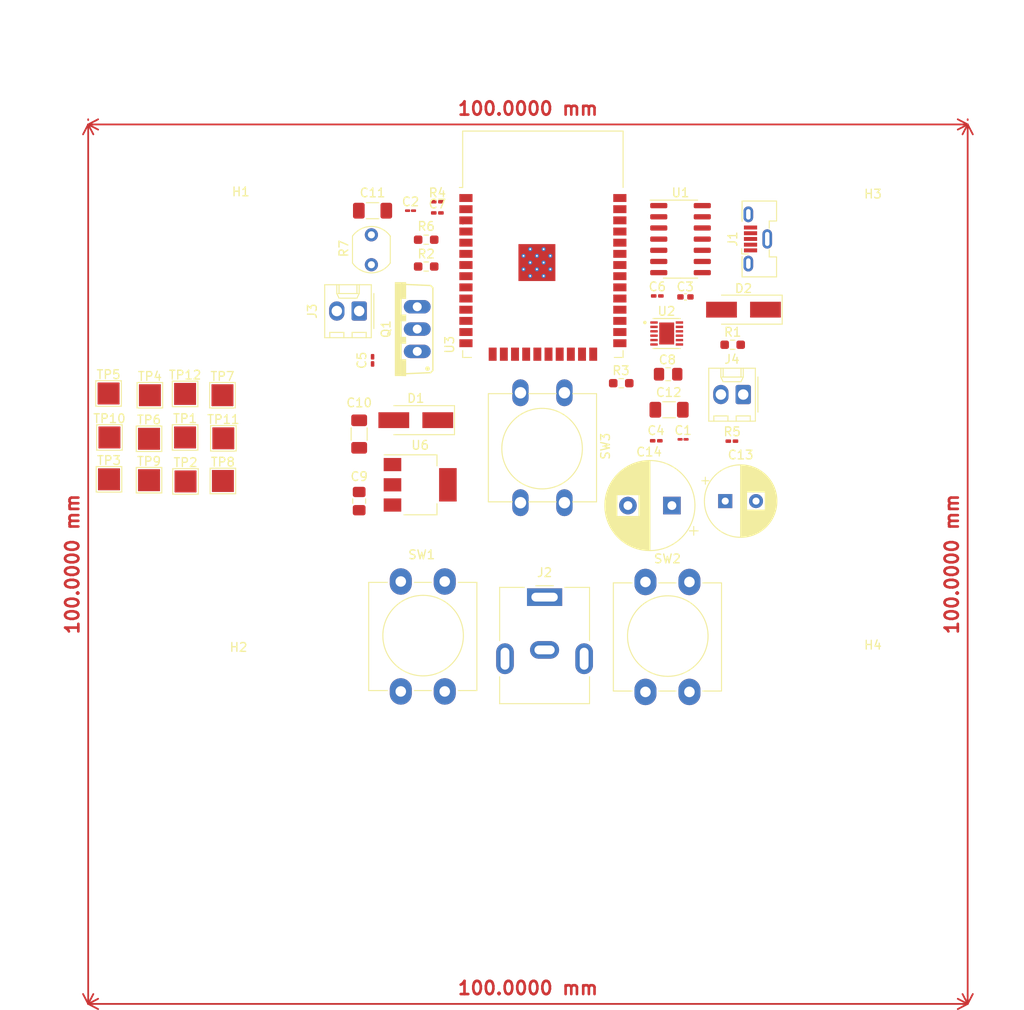
<source format=kicad_pcb>
(kicad_pcb (version 20211014) (generator pcbnew)
  (layers (0 "F.Cu" signal) (31 "B.Cu" signal) (34 "B.Paste" user) (35 "F.Paste" user) (36 "B.SilkS" user "B.Silkscreen") (37 "F.SilkS" user "F.Silkscreen") (38 "B.Mask" user) (39 "F.Mask" user) (44 "Edge.Cuts" user))
  (net 0 "")
  (net 1 "Net-(C3-Pad1)")
  (net 2 "GND")
  (net 3 "+9V")
  (net 4 "/FWD")
  (net 5 "/REV")
  (net 6 "Net-(J1-Pad2)")
  (net 7 "/V_PHOTO")
  (net 8 "Net-(C7-Pad1)")
  (net 9 "+3V3")
  (net 10 "Net-(D1-Pad2)")
  (net 11 "Net-(J1-Pad3)")
  (net 14 "Net-(J3-Pad1)")
  (net 15 "Net-(J4-Pad1)")
  (net 16 "Net-(J4-Pad2)")
  (net 17 "/LED")
  (net 18 "/SNS")
  (net 32 "/TXD0")
  (net 33 "/RXD0")
  (net 59 "Net-(C6-Pad1)")
  (net 65 "Net-(SW3-Pad1)")
  (net 66 "Net-(SW2-Pad1)")
  (net 67 "Net-(R6-Pad1)")
  (net 68 "Net-(R5-Pad1)")
  (footprint "Capacitor_SMD:C_0201_0603Metric_Pad0.64x0.40mm_HandSolder" (layer "F.Cu") (at 125.984 77.724 -90)
    (fp_text reference "C5" (at 0 1.222 90) (layer "F.SilkS"))
    (fp_text value "1u")
    (pad "1" smd roundrect (at -0.4075 0 270) (size 0.635 0.4) (layers "F.Cu" "F.Mask") (net 3 "+9V"))
    (pad "2" smd roundrect (at 0.4075 0 270) (size 0.635 0.4) (layers "F.Cu" "F.Mask") (net 2 "GND"))
  )
  (footprint "Button_Switch_THT:SW_PUSH-12mm" (layer "F.Cu") (at 147.8 81.41 -90)
    (fp_text reference "SW3" (at 6.08 -4.66 90) (layer "F.SilkS"))
    (fp_text value "OPEN/CLOSE")
    (pad "1" thru_hole oval (at 12.5 0 270) (size 3.048 1.85) (drill 1.3) (layers *.Cu *.Mask) (net 65 "Net-(SW3-Pad1)"))
    (pad "1" thru_hole oval (at 0 0 270) (size 3.048 1.85) (drill 1.3) (layers *.Cu *.Mask) (net 65 "Net-(SW3-Pad1)"))
    (pad "2" thru_hole oval (at 0 5 270) (size 3.048 1.85) (drill 1.3) (layers *.Cu *.Mask) (net 9 "+3V3"))
    (pad "2" thru_hole oval (at 12.5 5 270) (size 3.048 1.85) (drill 1.3) (layers *.Cu *.Mask) (net 9 "+3V3"))
  )
  (footprint "Resistor_SMD:R_0603_1608Metric_Pad0.98x0.95mm_HandSolder" (layer "F.Cu") (at 132.08 64.008)
    (fp_text reference "R6" (at 0 -1.524) (layer "F.SilkS"))
    (fp_text value "20k")
    (pad "1" smd roundrect (at -0.9125 0) (size 0.975 0.95) (layers "F.Cu" "F.Paste" "F.Mask") (net 67 "Net-(R6-Pad1)"))
    (pad "2" smd roundrect (at 0.9125 0) (size 0.975 0.95) (layers "F.Cu" "F.Paste" "F.Mask") (net 2 "GND"))
  )
  (footprint "TestPoint:TestPoint_Pad_2.5x2.5mm" (layer "F.Cu") (at 95.966 81.49)
    (fp_text reference "TP5" (at 0 -2.148) (layer "F.SilkS"))
    (fp_text value "TestPoint")
    (pad "1" smd rect (at 0 0) (size 2.5 2.5) (layers "F.Cu" "F.Mask"))
  )
  (footprint "Connector_Molex:Molex_KK-254_AE-6410-02A_1x02_P2.54mm_Vertical" (layer "F.Cu") (at 168.13 81.61 180)
    (fp_text reference "J4" (at 1.28 4.01) (layer "F.SilkS"))
    (fp_text value "MOTOR")
    (pad "1" thru_hole roundrect (at 0 0 180) (size 1.74 2.19) (drill 1.19) (layers *.Cu *.Mask) (roundrect_rratio 0.143678) (net 15 "Net-(J4-Pad1)"))
    (pad "2" thru_hole oval (at 2.54 0 180) (size 1.74 2.19) (drill 1.19) (layers *.Cu *.Mask) (net 16 "Net-(J4-Pad2)"))
  )
  (footprint "Capacitor_SMD:C_0805_2012Metric_Pad1.18x1.45mm_HandSolder" (layer "F.Cu") (at 124.46 93.726 90)
    (fp_text reference "C9" (at 2.794 0 180) (layer "F.SilkS"))
    (fp_text value "10u")
    (pad "1" smd roundrect (at -1.0375 0 90) (size 1.175 1.45) (layers "F.Cu" "F.Paste" "F.Mask") (roundrect_rratio 0.212766) (net 3 "+9V"))
    (pad "2" smd roundrect (at 1.0375 0 90) (size 1.175 1.45) (layers "F.Cu" "F.Paste" "F.Mask") (roundrect_rratio 0.212766) (net 2 "GND"))
  )
  (footprint "Capacitor_SMD:C_0402_1005Metric_Pad0.74x0.62mm_HandSolder" (layer "F.Cu") (at 161.56 70.51 180)
    (fp_text reference "C3" (at 0.03 1.15) (layer "F.SilkS"))
    (fp_text value ".47u")
    (pad "1" smd roundrect (at -0.5675 0 180) (size 0.735 0.62) (layers "F.Cu" "F.Paste" "F.Mask") (net 1 "Net-(C3-Pad1)"))
    (pad "2" smd roundrect (at 0.5675 0 180) (size 0.735 0.62) (layers "F.Cu" "F.Paste" "F.Mask") (net 2 "GND"))
  )
  (footprint "Capacitor_SMD:C_0805_2012Metric_Pad1.18x1.45mm_HandSolder" (layer "F.Cu") (at 159.59 79.3 180)
    (fp_text reference "C8" (at 0.08 1.64) (layer "F.SilkS"))
    (fp_text value "10u")
    (pad "1" smd roundrect (at -1.0375 0 180) (size 1.175 1.45) (layers "F.Cu" "F.Paste" "F.Mask") (roundrect_rratio 0.212766) (net 3 "+9V"))
    (pad "2" smd roundrect (at 1.0375 0 180) (size 1.175 1.45) (layers "F.Cu" "F.Paste" "F.Mask") (roundrect_rratio 0.212766) (net 2 "GND"))
  )
  (footprint "Button_Switch_THT:SW_PUSH-12mm_Wuerth-430476085716" (layer "F.Cu") (at 129.192 115.37 90)
    (fp_text reference "SW1" (at 15.548 2.38 180) (layer "F.SilkS"))
    (fp_text value "RST")
    (pad "1" thru_hole oval (at 0 0 90) (size 3 2.5) (drill 1.2) (layers *.Cu *.Mask) (net 2 "GND"))
    (pad "1" thru_hole oval (at 12.5 0 90) (size 3 2.5) (drill 1.2) (layers *.Cu *.Mask) (net 2 "GND"))
    (pad "2" thru_hole oval (at 0 5 90) (size 3 2.5) (drill 1.2) (layers *.Cu *.Mask) (net 8 "Net-(C7-Pad1)"))
    (pad "2" thru_hole oval (at 12.5 5 90) (size 3 2.5) (drill 1.2) (layers *.Cu *.Mask) (net 8 "Net-(C7-Pad1)"))
  )
  (footprint "Capacitor_THT:CP_Radial_D10.0mm_P5.00mm" (layer "F.Cu") (at 160.02 94.234 180)
    (fp_text reference "C14" (at 2.597677 6.096) (layer "F.SilkS"))
    (fp_text value "470u")
    (pad "1" thru_hole rect (at 0 0 180) (size 2 2) (drill 1) (layers *.Cu *.Mask) (net 3 "+9V"))
    (pad "2" thru_hole circle (at 5 0 180) (size 2 2) (drill 1) (layers *.Cu *.Mask) (net 2 "GND"))
  )
  (footprint "TestPoint:TestPoint_Pad_2.5x2.5mm" (layer "F.Cu") (at 96.016 91.25)
    (fp_text reference "TP3" (at 0 -2.148) (layer "F.SilkS"))
    (fp_text value "TestPoint")
    (pad "1" smd rect (at 0 0) (size 2.5 2.5) (layers "F.Cu" "F.Mask"))
  )
  (footprint "Package_SO:SOIC-14_3.9x8.7mm_P1.27mm" (layer "F.Cu") (at 161 63.94)
    (fp_text reference "U1" (at 0 -5.28) (layer "F.SilkS"))
    (fp_text value "MCP2221AxSL")
    (pad "1" smd roundrect (at -2.475 -3.81) (size 1.95 0.6) (layers "F.Cu" "F.Paste" "F.Mask") (net 59 "Net-(C6-Pad1)"))
    (pad "2" smd roundrect (at -2.475 -2.54) (size 1.95 0.6) (layers "F.Cu" "F.Paste" "F.Mask"))
    (pad "3" smd roundrect (at -2.475 -1.27) (size 1.95 0.6) (layers "F.Cu" "F.Paste" "F.Mask"))
    (pad "4" smd roundrect (at -2.475 0) (size 1.95 0.6) (layers "F.Cu" "F.Paste" "F.Mask"))
    (pad "5" smd roundrect (at -2.475 1.27) (size 1.95 0.6) (layers "F.Cu" "F.Paste" "F.Mask") (net 32 "/TXD0"))
    (pad "6" smd roundrect (at -2.475 2.54) (size 1.95 0.6) (layers "F.Cu" "F.Paste" "F.Mask") (net 33 "/RXD0"))
    (pad "7" smd roundrect (at -2.475 3.81) (size 1.95 0.6) (layers "F.Cu" "F.Paste" "F.Mask"))
    (pad "8" smd roundrect (at 2.475 3.81) (size 1.95 0.6) (layers "F.Cu" "F.Paste" "F.Mask"))
    (pad "9" smd roundrect (at 2.475 2.54) (size 1.95 0.6) (layers "F.Cu" "F.Paste" "F.Mask"))
    (pad "10" smd roundrect (at 2.475 1.27) (size 1.95 0.6) (layers "F.Cu" "F.Paste" "F.Mask"))
    (pad "11" smd roundrect (at 2.475 0) (size 1.95 0.6) (layers "F.Cu" "F.Paste" "F.Mask") (net 1 "Net-(C3-Pad1)"))
    (pad "12" smd roundrect (at 2.475 -1.27) (size 1.95 0.6) (layers "F.Cu" "F.Paste" "F.Mask") (net 6 "Net-(J1-Pad2)"))
    (pad "13" smd roundrect (at 2.475 -2.54) (size 1.95 0.6) (layers "F.Cu" "F.Paste" "F.Mask") (net 11 "Net-(J1-Pad3)"))
    (pad "14" smd roundrect (at 2.475 -3.81) (size 1.95 0.6) (layers "F.Cu" "F.Paste" "F.Mask") (net 2 "GND"))
  )
  (footprint "Capacitor_SMD:C_01005_0402Metric_Pad0.57x0.30mm_HandSolder" (layer "F.Cu") (at 161.29 86.706)
    (fp_text reference "C1" (at 0 -1.016) (layer "F.SilkS"))
    (fp_text value ".1u")
    (pad "1" smd roundrect (at -0.3375 0) (size 0.575 0.3) (layers "F.Cu" "F.Mask") (net 3 "+9V"))
    (pad "2" smd roundrect (at 0.3375 0) (size 0.575 0.3) (layers "F.Cu" "F.Mask") (net 2 "GND"))
  )
  (footprint "TestPoint:TestPoint_Pad_2.5x2.5mm" (layer "F.Cu") (at 100.566 86.64)
    (fp_text reference "TP6" (at 0 -2.148) (layer "F.SilkS"))
    (fp_text value "TestPoint")
    (pad "1" smd rect (at 0 0) (size 2.5 2.5) (layers "F.Cu" "F.Mask"))
  )
  (footprint "TestPoint:TestPoint_Pad_2.5x2.5mm" (layer "F.Cu") (at 104.666 81.54)
    (fp_text reference "TP12" (at 0 -2.148) (layer "F.SilkS"))
    (fp_text value "TestPoint")
    (pad "1" smd rect (at 0 0) (size 2.5 2.5) (layers "F.Cu" "F.Mask"))
  )
  (footprint "MountingHole:MountingHole_3.2mm_M3" (layer "F.Cu") (at 182.88 54.61 180)
    (fp_text reference "H3" (at 0 -4.2) (layer "F.SilkS"))
    (fp_text value "MountingHole")
    (pad "" np_thru_hole circle (at 0 0 180) (size 3.2 3.2) (drill 3.2) (layers *.Cu *.Mask))
  )
  (footprint "TestPoint:TestPoint_Pad_2.5x2.5mm" (layer "F.Cu") (at 109.016 86.59)
    (fp_text reference "TP11" (at 0 -2.148) (layer "F.SilkS"))
    (fp_text value "TestPoint")
    (pad "1" smd rect (at 0 0) (size 2.5 2.5) (layers "F.Cu" "F.Mask"))
  )
  (footprint "Resistor_SMD:R_0603_1608Metric_Pad0.98x0.95mm_HandSolder" (layer "F.Cu") (at 166.93 75.95)
    (fp_text reference "R1" (at 0 -1.43) (layer "F.SilkS"))
    (fp_text value "1k")
    (pad "1" smd roundrect (at -0.9125 0) (size 0.975 0.95) (layers "F.Cu" "F.Paste" "F.Mask") (net 18 "/SNS"))
    (pad "2" smd roundrect (at 0.9125 0) (size 0.975 0.95) (layers "F.Cu" "F.Paste" "F.Mask") (net 2 "GND"))
  )
  (footprint "TestPoint:TestPoint_Pad_2.5x2.5mm" (layer "F.Cu") (at 108.966 91.44)
    (fp_text reference "TP8" (at 0 -2.148) (layer "F.SilkS"))
    (fp_text value "TestPoint")
    (pad "1" smd rect (at 0 0) (size 2.5 2.5) (layers "F.Cu" "F.Mask"))
  )
  (footprint "Capacitor_SMD:C_0201_0603Metric_Pad0.64x0.40mm_HandSolder" (layer "F.Cu") (at 158.36 70.4)
    (fp_text reference "C6" (at 0 -1.05) (layer "F.SilkS"))
    (fp_text value "1u")
    (pad "1" smd roundrect (at -0.4075 0) (size 0.635 0.4) (layers "F.Cu" "F.Mask") (net 59 "Net-(C6-Pad1)"))
    (pad "2" smd roundrect (at 0.4075 0) (size 0.635 0.4) (layers "F.Cu" "F.Mask") (net 2 "GND"))
  )
  (footprint "Button_Switch_THT:SW_PUSH-12mm_Wuerth-430476085716" (layer "F.Cu") (at 157.012 115.424 90)
    (fp_text reference "SW2" (at 15.14 2.5 180) (layer "F.SilkS"))
    (fp_text value "FLASH")
    (pad "1" thru_hole oval (at 12.5 0 90) (size 3 2.5) (drill 1.2) (layers *.Cu *.Mask) (net 66 "Net-(SW2-Pad1)"))
    (pad "1" thru_hole oval (at 0 0 90) (size 3 2.5) (drill 1.2) (layers *.Cu *.Mask) (net 66 "Net-(SW2-Pad1)"))
    (pad "2" thru_hole oval (at 12.5 5 90) (size 3 2.5) (drill 1.2) (layers *.Cu *.Mask) (net 2 "GND"))
    (pad "2" thru_hole oval (at 0 5 90) (size 3 2.5) (drill 1.2) (layers *.Cu *.Mask) (net 2 "GND"))
  )
  (footprint "Diode_SMD:D_SMA_Handsoldering" (layer "F.Cu") (at 130.898 84.524 180)
    (fp_text reference "D1" (at 0 2.482) (layer "F.SilkS"))
    (fp_text value "D")
    (pad "1" smd rect (at -2.5 0 180) (size 3.5 1.8) (layers "F.Cu" "F.Paste" "F.Mask") (net 9 "+3V3"))
    (pad "2" smd rect (at 2.5 0 180) (size 3.5 1.8) (layers "F.Cu" "F.Paste" "F.Mask") (net 10 "Net-(D1-Pad2)"))
  )
  (footprint "Resistor_SMD:R_0603_1608Metric_Pad0.98x0.95mm_HandSolder" (layer "F.Cu") (at 154.26 80.32 180)
    (fp_text reference "R3" (at 0.03 1.43) (layer "F.SilkS"))
    (fp_text value "1k")
    (pad "1" smd roundrect (at -0.9125 0 180) (size 0.975 0.95) (layers "F.Cu" "F.Paste" "F.Mask") (net 2 "GND"))
    (pad "2" smd roundrect (at 0.9125 0 180) (size 0.975 0.95) (layers "F.Cu" "F.Paste" "F.Mask") (net 65 "Net-(SW3-Pad1)"))
  )
  (footprint "Capacitor_SMD:C_0201_0603Metric_Pad0.64x0.40mm_HandSolder" (layer "F.Cu") (at 133.35 60.96 180)
    (fp_text reference "C7" (at 0 1.016) (layer "F.SilkS"))
    (fp_text value "1u")
    (pad "1" smd roundrect (at -0.4075 0 180) (size 0.635 0.4) (layers "F.Cu" "F.Mask") (net 8 "Net-(C7-Pad1)"))
    (pad "2" smd roundrect (at 0.4075 0 180) (size 0.635 0.4) (layers "F.Cu" "F.Mask") (net 2 "GND"))
  )
  (footprint "Capacitor_SMD:C_1206_3216Metric_Pad1.33x1.80mm_HandSolder" (layer "F.Cu") (at 124.46 86.106 -90)
    (fp_text reference "C10" (at -3.556 0 180) (layer "F.SilkS"))
    (fp_text value "22u")
    (pad "1" smd roundrect (at -1.5625 0 270) (size 1.325 1.8) (layers "F.Cu" "F.Paste" "F.Mask") (roundrect_rratio 0.188679) (net 10 "Net-(D1-Pad2)"))
    (pad "2" smd roundrect (at 1.5625 0 270) (size 1.325 1.8) (layers "F.Cu" "F.Paste" "F.Mask") (roundrect_rratio 0.188679) (net 2 "GND"))
  )
  (footprint "Capacitor_SMD:C_1206_3216Metric_Pad1.33x1.80mm_HandSolder" (layer "F.Cu") (at 125.984 60.706)
    (fp_text reference "C11" (at 0 -2.032 180) (layer "F.SilkS"))
    (fp_text value "22u")
    (pad "1" smd roundrect (at -1.5625 0) (size 1.325 1.8) (layers "F.Cu" "F.Paste" "F.Mask") (roundrect_rratio 0.188679) (net 9 "+3V3"))
    (pad "2" smd roundrect (at 1.5625 0) (size 1.325 1.8) (layers "F.Cu" "F.Paste" "F.Mask") (roundrect_rratio 0.188679) (net 2 "GND"))
  )
  (footprint "Connector_BarrelJack:BarrelJack_CUI_PJ-063AH_Horizontal" (layer "F.Cu") (at 145.542 104.648)
    (fp_text reference "J2" (at 0 -2.794) (layer "F.SilkS"))
    (fp_text value "9V_IN")
    (pad "" np_thru_hole circle (at 0 9) (size 1.6 1.6) (drill 1.6) (layers *.Cu *.Mask))
    (pad "1" thru_hole rect (at 0 0) (size 4 2) (drill oval 3 1) (layers *.Cu *.Mask) (net 3 "+9V"))
    (pad "2" thru_hole oval (at 0 6) (size 3.3 2) (drill oval 2.3 1) (layers *.Cu *.Mask) (net 2 "GND"))
    (pad "MP" thru_hole oval (at 4.5 7) (size 2 3.5) (drill oval 1 2.5) (layers *.Cu *.Mask))
    (pad "MP" thru_hole oval (at -4.5 7) (size 2 3.5) (drill oval 1 2.5) (layers *.Cu *.Mask))
  )
  (footprint "TestPoint:TestPoint_Pad_2.5x2.5mm" (layer "F.Cu") (at 108.916 81.69)
    (fp_text reference "TP7" (at 0 -2.148) (layer "F.SilkS"))
    (fp_text value "TestPoint")
    (pad "1" smd rect (at 0 0) (size 2.5 2.5) (layers "F.Cu" "F.Mask"))
  )
  (footprint "TestPoint:TestPoint_Pad_2.5x2.5mm" (layer "F.Cu") (at 100.566 91.35)
    (fp_text reference "TP9" (at 0 -2.148) (layer "F.SilkS"))
    (fp_text value "TestPoint")
    (pad "1" smd rect (at 0 0) (size 2.5 2.5) (layers "F.Cu" "F.Mask"))
  )
  (footprint "IRF520:TO220BV" (layer "F.Cu") (at 128.524 74.168 90)
    (fp_text reference "Q1" (at 0 -1.016 90) (layer "F.SilkS") (effects (font (size 1.001811 1.001811))))
    (fp_text value "IRF520")
    (pad "D" thru_hole oval locked (at 0 2.54 90) (size 1.524 3.048) (drill 1.016) (layers *.Cu *.Mask) (net 3 "+9V"))
    (pad "G" thru_hole oval locked (at -2.54 2.54 90) (size 1.524 3.048) (drill 1.016) (layers *.Cu *.Mask) (net 17 "/LED"))
    (pad "S" thru_hole oval locked (at 2.54 2.54 90) (size 1.524 3.048) (drill 1.016) (layers *.Cu *.Mask) (net 14 "Net-(J3-Pad1)"))
  )
  (footprint "Resistor_SMD:R_0201_0603Metric_Pad0.64x0.40mm_HandSolder" (layer "F.Cu") (at 166.84 86.91)
    (fp_text reference "R5" (at 0.03 -1.07) (layer "F.SilkS"))
    (fp_text value "10k")
    (pad "1" smd roundrect (at -0.4075 0) (size 0.635 0.4) (layers "F.Cu" "F.Mask") (net 68 "Net-(R5-Pad1)"))
    (pad "2" smd roundrect (at 0.4075 0) (size 0.635 0.4) (layers "F.Cu" "F.Mask") (net 2 "GND"))
  )
  (footprint "Resistor_SMD:R_0603_1608Metric_Pad0.98x0.95mm_HandSolder" (layer "F.Cu") (at 132.08 67.056)
    (fp_text reference "R2" (at 0 -1.43) (layer "F.SilkS"))
    (fp_text value "1k")
    (pad "1" smd roundrect (at -0.9125 0) (size 0.975 0.95) (layers "F.Cu" "F.Paste" "F.Mask") (net 67 "Net-(R6-Pad1)"))
    (pad "2" smd roundrect (at 0.9125 0) (size 0.975 0.95) (layers "F.Cu" "F.Paste" "F.Mask") (net 7 "/V_PHOTO"))
  )
  (footprint "RF_Module:ESP32-WROOM-32" (layer "F.Cu") (at 145.35 67.515)
    (fp_text reference "U3" (at -10.61 8.43 90) (layer "F.SilkS"))
    (fp_text value "ESP32-WROOM-32")
    (pad "1" smd rect (at -8.75 -8.25) (size 1.5 0.9) (layers "F.Cu" "F.Paste" "F.Mask") (net 2 "GND"))
    (pad "2" smd rect (at -8.75 -6.98) (size 1.5 0.9) (layers "F.Cu" "F.Paste" "F.Mask") (net 9 "+3V3"))
    (pad "3" smd rect (at -8.75 -5.71) (size 1.5 0.9) (layers "F.Cu" "F.Paste" "F.Mask") (net 8 "Net-(C7-Pad1)"))
    (pad "4" smd rect (at -8.75 -4.44) (size 1.5 0.9) (layers "F.Cu" "F.Paste" "F.Mask") (net 7 "/V_PHOTO"))
    (pad "5" smd rect (at -8.75 -3.17) (size 1.5 0.9) (layers "F.Cu" "F.Paste" "F.Mask"))
    (pad "6" smd rect (at -8.75 -1.9) (size 1.5 0.9) (layers "F.Cu" "F.Paste" "F.Mask"))
    (pad "7" smd rect (at -8.75 -0.63) (size 1.5 0.9) (layers "F.Cu" "F.Paste" "F.Mask"))
    (pad "8" smd rect (at -8.75 0.64) (size 1.5 0.9) (layers "F.Cu" "F.Paste" "F.Mask"))
    (pad "9" smd rect (at -8.75 1.91) (size 1.5 0.9) (layers "F.Cu" "F.Paste" "F.Mask"))
    (pad "10" smd rect (at -8.75 3.18) (size 1.5 0.9) (layers "F.Cu" "F.Paste" "F.Mask"))
    (pad "11" smd rect (at -8.75 4.45) (size 1.5 0.9) (layers "F.Cu" "F.Paste" "F.Mask"))
    (pad "12" smd rect (at -8.75 5.72) (size 1.5 0.9) (layers "F.Cu" "F.Paste" "F.Mask"))
    (pad "13" smd rect (at -8.75 6.99) (size 1.5 0.9) (layers "F.Cu" "F.Paste" "F.Mask"))
    (pad "14" smd rect (at -8.75 8.26) (size 1.5 0.9) (layers "F.Cu" "F.Paste" "F.Mask"))
    (pad "15" smd rect (at -5.71 9.51 90) (size 1.5 0.9) (layers "F.Cu" "F.Paste" "F.Mask") (net 2 "GND"))
    (pad "16" smd rect (at -4.44 9.51 90) (size 1.5 0.9) (layers "F.Cu" "F.Paste" "F.Mask"))
    (pad "17" smd rect (at -3.17 9.51 90) (size 1.5 0.9) (layers "F.Cu" "F.Paste" "F.Mask"))
    (pad "18" smd rect (at -1.9 9.51 90) (size 1.5 0.9) (layers "F.Cu" "F.Paste" "F.Mask"))
    (pad "19" smd rect (at -0.63 9.51 90) (size 1.5 0.9) (layers "F.Cu" "F.Paste" "F.Mask"))
    (pad "20" smd rect (at 0.64 9.51 90) (size 1.5 0.9) (layers "F.Cu" "F.Paste" "F.Mask"))
    (pad "21" smd rect (at 1.91 9.51 90) (size 1.5 0.9) (layers "F.Cu" "F.Paste" "F.Mask"))
    (pad "22" smd rect (at 3.18 9.51 90) (size 1.5 0.9) (layers "F.Cu" "F.Paste" "F.Mask"))
    (pad "23" smd rect (at 4.45 9.51 90) (size 1.5 0.9) (layers "F.Cu" "F.Paste" "F.Mask"))
    (pad "24" smd rect (at 5.72 9.51 90) (size 1.5 0.9) (layers "F.Cu" "F.Paste" "F.Mask"))
    (pad "25" smd rect (at 8.75 8.26) (size 1.5 0.9) (layers "F.Cu" "F.Paste" "F.Mask") (net 66 "Net-(SW2-Pad1)"))
    (pad "26" smd rect (at 8.75 6.99) (size 1.5 0.9) (layers "F.Cu" "F.Paste" "F.Mask"))
    (pad "27" smd rect (at 8.75 5.72) (size 1.5 0.9) (layers "F.Cu" "F.Paste" "F.Mask") (net 65 "Net-(SW3-Pad1)"))
    (pad "28" smd rect (at 8.75 4.45) (size 1.5 0.9) (layers "F.Cu" "F.Paste" "F.Mask") (net 17 "/LED"))
    (pad "29" smd rect (at 8.75 3.18) (size 1.5 0.9) (layers "F.Cu" "F.Paste" "F.Mask"))
    (pad "30" smd rect (at 8.75 1.91) (size 1.5 0.9) (layers "F.Cu" "F.Paste" "F.Mask") (net 5 "/REV"))
    (pad "31" smd rect (at 8.75 0.64) (size 1.5 0.9) (layers "F.Cu" "F.Paste" "F.Mask") (net 4 "/FWD"))
    (pad "32" smd rect (at 8.75 -0.63) (size 1.5 0.9) (layers "F.Cu" "F.Paste" "F.Mask"))
    (pad "33" smd rect (at 8.75 -1.9) (size 1.5 0.9) (layers "F.Cu" "F.Paste" "F.Mask"))
    (pad "34" smd rect (at 8.75 -3.17) (size 1.5 0.9) (layers "F.Cu" "F.Paste" "F.Mask") (net 33 "/RXD0"))
    (pad "35" smd rect (at 8.75 -4.44) (size 1.5 0.9) (layers "F.Cu" "F.Paste" "F.Mask") (net 32 "/TXD0"))
    (pad "36" smd rect (at 8.75 -5.71) (size 1.5 0.9) (layers "F.Cu" "F.Paste" "F.Mask"))
    (pad "37" smd rect (at 8.75 -6.98) (size 1.5 0.9) (layers "F.Cu" "F.Paste" "F.Mask"))
    (pad "38" smd rect (at 8.75 -8.25) (size 1.5 0.9) (layers "F.Cu" "F.Paste" "F.Mask") (net 2 "GND"))
    (pad "39" smd rect (at 0.845 0.615) (size 1.05 1.05) (layers "F.Cu" "F.Paste") (net 2 "GND"))
    (pad "39" thru_hole circle (at -1.4425 0.615) (size 0.475 0.475) (drill 0.2) (property pad_prop_heatsink) (layers *.Cu "F.Mask") (net 2 "GND"))
    (pad "39" thru_hole circle (at 0.0825 -2.435) (size 0.475 0.475) (drill 0.2) (property pad_prop_heatsink) (layers *.Cu "F.Mask") (net 2 "GND"))
    (pad "39" smd rect (at -2.205 -2.435) (size 1.05 1.05) (layers "F.Cu" "F.Paste") (net 2 "GND"))
    (pad "39" smd rect (at -0.68 -0.91) (size 1.05 1.05) (layers "F.Cu" "F.Paste") (net 2 "GND"))
    (pad "39" thru_hole circle (at 0.845 -1.6725) (size 0.475 0.475) (drill 0.2) (property pad_prop_heatsink) (layers *.Cu "F.Mask") (net 2 "GND"))
    (pad "39" thru_hole circle (at -2.205 -1.6725) (size 0.475 0.475) (drill 0.2) (property pad_prop_heatsink) (layers *.Cu "F.Mask") (net 2 "GND"))
    (pad "39" smd rect (at -0.68 -0.91) (size 4.2 4.2) (layers "F.Cu" "F.Mask") (net 2 "GND"))
    (pad "39" thru_hole circle (at 0.0825 0.615) (size 0.475 0.475) (drill 0.2) (property pad_prop_heatsink) (layers *.Cu "F.Mask") (net 2 "GND"))
    (pad "39" thru_hole circle (at -1.4425 -2.435) (size 0.475 0.475) (drill 0.2) (property pad_prop_heatsink) (layers *.Cu "F.Mask") (net 2 "GND"))
    (pad "39" smd rect (at -0.68 0.615) (size 1.05 1.05) (layers "F.Cu" "F.Paste") (net 2 "GND"))
    (pad "39" thru_hole circle (at -2.205 -0.1475) (size 0.475 0.475) (drill 0.2) (property pad_prop_heatsink) (layers *.Cu "F.Mask") (net 2 "GND"))
    (pad "39" thru_hole circle (at 0.0825 -0.91) (size 0.475 0.475) (drill 0.2) (property pad_prop_heatsink) (layers *.Cu "F.Mask") (net 2 "GND"))
    (pad "39" thru_hole circle (at -0.68 -1.6725) (size 0.475 0.475) (drill 0.2) (property pad_prop_heatsink) (layers *.Cu "F.Mask") (net 2 "GND"))
    (pad "39" thru_hole circle (at -1.4425 -0.91) (size 0.475 0.475) (drill 0.2) (property pad_prop_heatsink) (layers *.Cu "F.Mask") (net 2 "GND"))
    (pad "39" smd rect (at 0.845 -2.435) (size 1.05 1.05) (layers "F.Cu" "F.Paste") (net 2 "GND"))
    (pad "39" smd rect (at -2.205 -0.91) (size 1.05 1.05) (layers "F.Cu" "F.Paste") (net 2 "GND"))
    (pad "39" smd rect (at -0.68 -2.435) (size 1.05 1.05) (layers "F.Cu" "F.Paste") (net 2 "GND"))
    (pad "39" smd rect (at -2.205 0.615) (size 1.05 1.05) (layers "F.Cu" "F.Paste") (net 2 "GND"))
    (pad "39" thru_hole circle (at 0.845 -0.1475) (size 0.475 0.475) (drill 0.2) (property pad_prop_heatsink) (layers *.Cu "F.Mask") (net 2 "GND"))
    (pad "39" smd rect (at 0.845 -0.91) (size 1.05 1.05) (layers "F.Cu" "F.Paste") (net 2 "GND"))
    (pad "39" thru_hole circle (at -0.68 -0.1475) (size 0.475 0.475) (drill 0.2) (property pad_prop_heatsink) (layers *.Cu "F.Mask") (net 2 "GND"))
  )
  (footprint "Capacitor_SMD:C_0201_0603Metric_Pad0.64x0.40mm_HandSolder" (layer "F.Cu") (at 158.242 86.868 180)
    (fp_text reference "C4" (at 0.03 1.16) (layer "F.SilkS"))
    (fp_text value "1u")
    (pad "1" smd roundrect (at -0.4075 0 180) (size 0.635 0.4) (layers "F.Cu" "F.Mask") (net 3 "+9V"))
    (pad "2" smd roundrect (at 0.4075 0 180) (size 0.635 0.4) (layers "F.Cu" "F.Mask") (net 2 "GND"))
  )
  (footprint "Resistor_SMD:R_0201_0603Metric_Pad0.64x0.40mm_HandSolder" (layer "F.Cu") (at 133.35 59.69)
    (fp_text reference "R4" (at 0 -1.016) (layer "F.SilkS"))
    (fp_text value "10k")
    (pad "1" smd roundrect (at -0.4075 0) (size 0.635 0.4) (layers "F.Cu" "F.Mask") (net 9 "+3V3"))
    (pad "2" smd roundrect (at 0.4075 0) (size 0.635 0.4) (layers "F.Cu" "F.Mask") (net 8 "Net-(C7-Pad1)"))
  )
  (footprint "TestPoint:TestPoint_Pad_2.5x2.5mm" (layer "F.Cu") (at 100.666 81.69)
    (fp_text reference "TP4" (at 0 -2.148) (layer "F.SilkS"))
    (fp_text value "TestPoint")
    (pad "1" smd rect (at 0 0) (size 2.5 2.5) (layers "F.Cu" "F.Mask"))
  )
  (footprint "Diode_SMD:D_SMA_Handsoldering" (layer "F.Cu") (at 168.16 71.96 180)
    (fp_text reference "D2" (at 0 2.41) (layer "F.SilkS"))
    (fp_text value "D")
    (pad "1" smd rect (at -2.5 0 180) (size 3.5 1.8) (layers "F.Cu" "F.Paste" "F.Mask") (net 9 "+3V3"))
    (pad "2" smd rect (at 2.5 0 180) (size 3.5 1.8) (layers "F.Cu" "F.Paste" "F.Mask") (net 1 "Net-(C3-Pad1)"))
  )
  (footprint "MAX14872ETC_:SON50P300X300X80-13N" (layer "F.Cu") (at 159.43 74.67)
    (fp_text reference "U2" (at -0.0225 -2.53) (layer "F.SilkS"))
    (fp_text value "MAX14872ETC+")
    (pad "1" smd roundrect locked (at -1.445 -1.25) (size 0.84 0.27) (layers "F.Cu" "F.Paste" "F.Mask") (roundrect_rratio 0.03) (net 18 "/SNS"))
    (pad "2" smd roundrect locked (at -1.445 -0.75) (size 0.84 0.27) (layers "F.Cu" "F.Paste" "F.Mask") (roundrect_rratio 0.03) (net 15 "Net-(J4-Pad1)"))
    (pad "3" smd roundrect locked (at -1.445 -0.25) (size 0.84 0.27) (layers "F.Cu" "F.Paste" "F.Mask") (roundrect_rratio 0.03) (net 3 "+9V"))
    (pad "4" smd roundrect locked (at -1.445 0.25) (size 0.84 0.27) (layers "F.Cu" "F.Paste" "F.Mask") (roundrect_rratio 0.03) (net 18 "/SNS"))
    (pad "5" smd roundrect locked (at -1.445 0.75) (size 0.84 0.27) (layers "F.Cu" "F.Paste" "F.Mask") (roundrect_rratio 0.03) (net 4 "/FWD"))
    (pad "6" smd roundrect locked (at -1.445 1.25) (size 0.84 0.27) (layers "F.Cu" "F.Paste" "F.Mask") (roundrect_rratio 0.03) (net 5 "/REV"))
    (pad "7" smd roundrect locked (at 1.445 1.25) (size 0.84 0.27) (layers "F.Cu" "F.Paste" "F.Mask") (roundrect_rratio 0.03))
    (pad "8" smd roundrect locked (at 1.445 0.75) (size 0.84 0.27) (layers "F.Cu" "F.Paste" "F.Mask") (roundrect_rratio 0.03) (net 68 "Net-(R5-Pad1)"))
    (pad "9" smd roundrect locked (at 1.445 0.25) (size 0.84 0.27) (layers "F.Cu" "F.Paste" "F.Mask") (roundrect_rratio 0.03) (net 2 "GND"))
    (pad "10" smd roundrect locked (at 1.445 -0.25) (size 0.84 0.27) (layers "F.Cu" "F.Paste" "F.Mask") (roundrect_rratio 0.03) (net 3 "+9V"))
    (pad "11" smd roundrect locked (at 1.445 -0.75) (size 0.84 0.27) (layers "F.Cu" "F.Paste" "F.Mask") (roundrect_rratio 0.03) (net 16 "Net-(J4-Pad2)"))
    (pad "12" smd roundrect locked (at 1.445 -1.25) (size 0.84 0.27) (layers "F.Cu" "F.Paste" "F.Mask") (roundrect_rratio 0.03) (net 18 "/SNS"))
    (pad "13" smd rect locked (at 0 0) (size 1.7 2.5) (layers "F.Cu" "F.Mask"))
  )
  (footprint "MountingHole:MountingHole_3.2mm_M3" (layer "F.Cu") (at 182.88 114.3)
    (fp_text reference "H4" (at 0 -4.2) (layer "F.SilkS"))
    (fp_text value "MountingHole")
    (pad "" np_thru_hole circle (at 0 0) (size 3.2 3.2) (drill 3.2) (layers *.Cu *.Mask))
  )
  (footprint "TestPoint:TestPoint_Pad_2.5x2.5mm" (layer "F.Cu") (at 96.066 86.49)
    (fp_text reference "TP10" (at 0 -2.148) (layer "F.SilkS"))
    (fp_text value "TestPoint")
    (pad "1" smd rect (at 0 0) (size 2.5 2.5) (layers "F.Cu" "F.Mask"))
  )
  (footprint "MountingHole:MountingHole_3.2mm_M3" (layer "F.Cu") (at 110.744 114.554)
    (fp_text reference "H2" (at 0 -4.2) (layer "F.SilkS"))
    (fp_text value "MountingHole")
    (pad "" np_thru_hole circle (at 0 0) (size 3.2 3.2) (drill 3.2) (layers *.Cu *.Mask))
  )
  (footprint "Capacitor_THT:CP_Radial_D8.0mm_P3.50mm" (layer "F.Cu") (at 166.084698 93.726)
    (fp_text reference "C13" (at 1.75 -5.25) (layer "F.SilkS"))
    (fp_text value "220u")
    (pad "1" thru_hole rect (at 0 0) (size 1.6 1.6) (drill 0.8) (layers *.Cu *.Mask) (net 3 "+9V"))
    (pad "2" thru_hole circle (at 3.5 0) (size 1.6 1.6) (drill 0.8) (layers *.Cu *.Mask) (net 2 "GND"))
  )
  (footprint "TestPoint:TestPoint_Pad_2.5x2.5mm" (layer "F.Cu") (at 104.666 86.49)
    (fp_text reference "TP1" (at 0 -2.148) (layer "F.SilkS"))
    (fp_text value "TestPoint")
    (pad "1" smd rect (at 0 0) (size 2.5 2.5) (layers "F.Cu" "F.Mask"))
  )
  (footprint "Package_TO_SOT_SMD:SOT-223" (layer "F.Cu") (at 131.398 91.874)
    (fp_text reference "U6" (at 0 -4.5) (layer "F.SilkS"))
    (fp_text value "AZ1117-3.3")
    (pad "1" smd rect (at -3.15 -2.3) (size 2 1.5) (layers "F.Cu" "F.Paste" "F.Mask") (net 2 "GND"))
    (pad "2" smd rect (at -3.15 0) (size 2 1.5) (layers "F.Cu" "F.Paste" "F.Mask") (net 10 "Net-(D1-Pad2)"))
    (pad "3" smd rect (at -3.15 2.3) (size 2 1.5) (layers "F.Cu" "F.Paste" "F.Mask") (net 3 "+9V"))
    (pad "4" smd rect (at 3.15 0) (size 2 3.8) (layers "F.Cu" "F.Paste" "F.Mask"))
  )
  (footprint "TestPoint:TestPoint_Pad_2.5x2.5mm" (layer "F.Cu") (at 104.716 91.49)
    (fp_text reference "TP2" (at 0 -2.148) (layer "F.SilkS"))
    (fp_text value "TestPoint")
    (pad "1" smd rect (at 0 0) (size 2.5 2.5) (layers "F.Cu" "F.Mask"))
  )
  (footprint "Connector_Molex:Molex_KK-254_AE-6410-02A_1x02_P2.54mm_Vertical" (layer "F.Cu") (at 124.46 72.116 180)
    (fp_text reference "J3" (at 5.334 -0.02 90) (layer "F.SilkS"))
    (fp_text value "LED")
    (pad "1" thru_hole roundrect (at 0 0 180) (size 1.74 2.19) (drill 1.19) (layers *.Cu *.Mask) (roundrect_rratio 0.143678) (net 14 "Net-(J3-Pad1)"))
    (pad "2" thru_hole oval (at 2.54 0 180) (size 1.74 2.19) (drill 1.19) (layers *.Cu *.Mask) (net 2 "GND"))
  )
  (footprint "MountingHole:MountingHole_3.2mm_M3" (layer "F.Cu") (at 110.998 54.356 180)
    (fp_text reference "H1" (at 0 -4.2) (layer "F.SilkS"))
    (fp_text value "MountingHole")
    (pad "" np_thru_hole circle (at 0 0 180) (size 3.2 3.2) (drill 3.2) (layers *.Cu *.Mask))
  )
  (footprint "Capacitor_SMD:C_01005_0402Metric_Pad0.57x0.30mm_HandSolder" (layer "F.Cu") (at 130.302 60.706 180)
    (fp_text reference "C2" (at 0 1.016) (layer "F.SilkS"))
    (fp_text value ".1u")
    (pad "1" smd roundrect (at -0.3375 0 180) (size 0.575 0.3) (layers "F.Cu" "F.Mask") (net 9 "+3V3"))
    (pad "2" smd roundrect (at 0.3375 0 180) (size 0.575 0.3) (layers "F.Cu" "F.Mask") (net 2 "GND"))
  )
  (footprint "Capacitor_SMD:C_1206_3216Metric_Pad1.33x1.80mm_HandSolder" (layer "F.Cu") (at 159.697677 83.34 180)
    (fp_text reference "C12" (at 0.037677 1.97) (layer "F.SilkS"))
    (fp_text value "22u")
    (pad "1" smd roundrect (at -1.5625 0 180) (size 1.325 1.8) (layers "F.Cu" "F.Paste" "F.Mask") (roundrect_rratio 0.188679) (net 3 "+9V"))
    (pad "2" smd roundrect (at 1.5625 0 180) (size 1.325 1.8) (layers "F.Cu" "F.Paste" "F.Mask") (roundrect_rratio 0.188679) (net 2 "GND"))
  )
  (footprint "OptoDevice:R_LDR_5.1x4.3mm_P3.4mm_Vertical" (layer "F.Cu") (at 125.85 63.45 -90)
    (fp_text reference "R7" (at 1.56 3.14 90) (layer "F.SilkS"))
    (fp_text value "R_Photo")
    (pad "1" thru_hole circle (at 0 0 270) (size 1.5 1.5) (drill 0.8) (layers *.Cu *.Mask) (net 9 "+3V3"))
    (pad "2" thru_hole circle (at 3.4 0 270) (size 1.5 1.5) (drill 0.8) (layers *.Cu *.Mask) (net 67 "Net-(R6-Pad1)"))
  )
  (footprint "Connector_USB:USB_Micro-B_Molex-105133-0031" (layer "F.Cu") (at 169.785 63.92 90)
    (fp_text reference "J1" (at 0 -2.85 90) (layer "F.SilkS"))
    (fp_text value "USB_B_Micro")
    (pad "1" smd rect (at -1.3 -0.825 90) (size 0.45 1.5) (layers "F.Cu" "F.Paste" "F.Mask") (net 59 "Net-(C6-Pad1)"))
    (pad "2" smd rect (at -0.65 -0.825 90) (size 0.45 1.5) (layers "F.Cu" "F.Paste" "F.Mask") (net 6 "Net-(J1-Pad2)"))
    (pad "3" smd rect (at 0 -0.825 90) (size 0.45 1.5) (layers "F.Cu" "F.Paste" "F.Mask") (net 11 "Net-(J1-Pad3)"))
    (pad "4" smd rect (at 0.65 -0.825 90) (size 0.45 1.5) (layers "F.Cu" "F.Paste" "F.Mask"))
    (pad "5" smd rect (at 1.3 -0.825 90) (size 0.45 1.5) (layers "F.Cu" "F.Paste" "F.Mask") (net 2 "GND"))
    (pad "6" thru_hole oval (at -2.8 -1.075 90) (size 1.8 1.1) (drill oval 1.2 0.5) (layers *.Cu *.Mask))
    (pad "6" thru_hole oval (at 2.8 -1.075 90) (size 1.8 1.1) (drill oval 1.2 0.5) (layers *.Cu *.Mask))
    (pad "6" thru_hole oval (at 0 1.075 90) (size 2.2 1.1) (drill oval 1.6 0.5) (layers *.Cu *.Mask))
  )
  (dimension (type aligned) (layer "F.Cu") (pts (xy 93.65 50.9) (xy 193.65 50.9)) (height 0) (gr_text "3.9370 in" (at 143.65 49.1) (layer "F.Cu") (effects (font (size 1.5 1.5) (thickness 0.3)))) (format (units 3) (units_format 1) (precision 4)) (style (thickness 0.2) (arrow_length 1.27) (text_position_mode 0) (extension_height 0.58642) (extension_offset 0.5) keep_text_aligned))
  (dimension (type aligned) (layer "F.Cu") (pts (xy 193.65 150.9) (xy 193.65 50.9)) (height 0) (gr_text "3.9370 in" (at 191.85 100.9 90) (layer "F.Cu") (effects (font (size 1.5 1.5) (thickness 0.3)))) (format (units 3) (units_format 1) (precision 4)) (style (thickness 0.2) (arrow_length 1.27) (text_position_mode 0) (extension_height 0.58642) (extension_offset 0.5) keep_text_aligned))
  (dimension (type aligned) (layer "F.Cu") (pts (xy 93.65 150.9) (xy 193.65 150.9)) (height 0) (gr_text "3.9370 in" (at 143.65 149.1) (layer "F.Cu") (effects (font (size 1.5 1.5) (thickness 0.3)))) (format (units 3) (units_format 1) (precision 4)) (style (thickness 0.2) (arrow_length 1.27) (text_position_mode 0) (extension_height 0.58642) (extension_offset 0.5) keep_text_aligned))
  (dimension (type aligned) (layer "F.Cu") (pts (xy 93.65 50.9) (xy 93.65 150.9)) (height 0) (gr_text "3.9370 in" (at 91.85 100.9 90) (layer "F.Cu") (effects (font (size 1.5 1.5) (thickness 0.3)))) (format (units 3) (units_format 1) (precision 4)) (style (thickness 0.2) (arrow_length 1.27) (text_position_mode 0) (extension_height 0.58642) (extension_offset 0.5) keep_text_aligned))
  (segment (start 136.2475 62.1575) (end 136.6 61.805) (width 0.25) (layer "F.Cu") (net 8))
  (segment (start 142.8 81.64) (end 142.8 80.75) (width 0.25) (layer "F.Cu") (net 9))
  (segment (start 147.8 80.3) (end 147.8 81.41) (width 0.25) (layer "F.Cu") (net 65))
)
</source>
